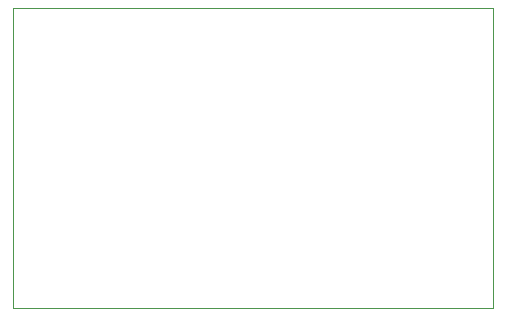
<source format=gbr>
%TF.GenerationSoftware,KiCad,Pcbnew,(6.0.9-0)*%
%TF.CreationDate,2023-03-13T17:49:12+10:00*%
%TF.ProjectId,Feather M0 Temp Sensor,46656174-6865-4722-904d-302054656d70,rev?*%
%TF.SameCoordinates,Original*%
%TF.FileFunction,Profile,NP*%
%FSLAX46Y46*%
G04 Gerber Fmt 4.6, Leading zero omitted, Abs format (unit mm)*
G04 Created by KiCad (PCBNEW (6.0.9-0)) date 2023-03-13 17:49:12*
%MOMM*%
%LPD*%
G01*
G04 APERTURE LIST*
%TA.AperFunction,Profile*%
%ADD10C,0.100000*%
%TD*%
G04 APERTURE END LIST*
D10*
X132080000Y-78740000D02*
X91440000Y-78740000D01*
X91440000Y-78740000D02*
X91440000Y-53340000D01*
X91440000Y-53340000D02*
X132080000Y-53340000D01*
X132080000Y-53340000D02*
X132080000Y-78740000D01*
M02*

</source>
